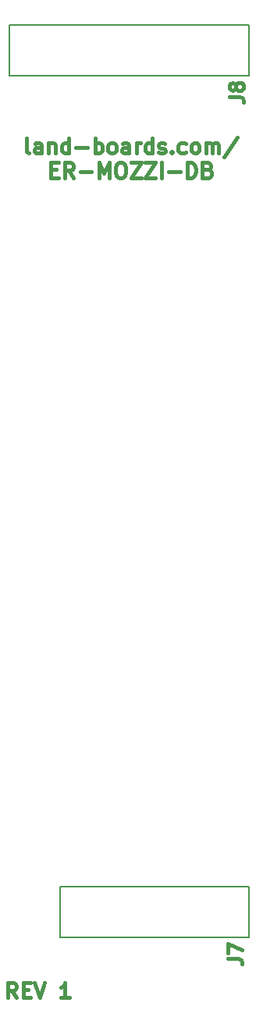
<source format=gto>
%TF.GenerationSoftware,KiCad,Pcbnew,(6.0.1)*%
%TF.CreationDate,2022-12-01T08:35:41-05:00*%
%TF.ProjectId,ER-PROTO-02-MOZZI-DB,45522d50-524f-4544-9f2d-30322d4d4f5a,1*%
%TF.SameCoordinates,Original*%
%TF.FileFunction,Legend,Top*%
%TF.FilePolarity,Positive*%
%FSLAX46Y46*%
G04 Gerber Fmt 4.6, Leading zero omitted, Abs format (unit mm)*
G04 Created by KiCad (PCBNEW (6.0.1)) date 2022-12-01 08:35:41*
%MOMM*%
%LPD*%
G01*
G04 APERTURE LIST*
%ADD10C,0.150000*%
%ADD11C,0.381000*%
G04 APERTURE END LIST*
D10*
X105000000Y-104000000D02*
X125500000Y-104000000D01*
X125500000Y-104000000D02*
X125500000Y-109500000D01*
X125500000Y-109500000D02*
X105000000Y-109500000D01*
X105000000Y-109500000D02*
X105000000Y-104000000D01*
X99500000Y-10500000D02*
X125500000Y-10500000D01*
X125500000Y-10500000D02*
X125500000Y-16000000D01*
X125500000Y-16000000D02*
X99500000Y-16000000D01*
X99500000Y-16000000D02*
X99500000Y-10500000D01*
D11*
X100257428Y-116062880D02*
X99707095Y-115276690D01*
X99314000Y-116062880D02*
X99314000Y-114411880D01*
X99942952Y-114411880D01*
X100100190Y-114490500D01*
X100178809Y-114569119D01*
X100257428Y-114726357D01*
X100257428Y-114962214D01*
X100178809Y-115119452D01*
X100100190Y-115198071D01*
X99942952Y-115276690D01*
X99314000Y-115276690D01*
X100965000Y-115198071D02*
X101515333Y-115198071D01*
X101751190Y-116062880D02*
X100965000Y-116062880D01*
X100965000Y-114411880D01*
X101751190Y-114411880D01*
X102222904Y-114411880D02*
X102773238Y-116062880D01*
X103323571Y-114411880D01*
X105996619Y-116062880D02*
X105053190Y-116062880D01*
X105524904Y-116062880D02*
X105524904Y-114411880D01*
X105367666Y-114647738D01*
X105210428Y-114804976D01*
X105053190Y-114883595D01*
X101603023Y-24436825D02*
X101445785Y-24358206D01*
X101367166Y-24200968D01*
X101367166Y-22785825D01*
X102939547Y-24436825D02*
X102939547Y-23572016D01*
X102860928Y-23414778D01*
X102703690Y-23336159D01*
X102389214Y-23336159D01*
X102231976Y-23414778D01*
X102939547Y-24358206D02*
X102782309Y-24436825D01*
X102389214Y-24436825D01*
X102231976Y-24358206D01*
X102153357Y-24200968D01*
X102153357Y-24043730D01*
X102231976Y-23886492D01*
X102389214Y-23807873D01*
X102782309Y-23807873D01*
X102939547Y-23729254D01*
X103725738Y-23336159D02*
X103725738Y-24436825D01*
X103725738Y-23493397D02*
X103804357Y-23414778D01*
X103961595Y-23336159D01*
X104197452Y-23336159D01*
X104354690Y-23414778D01*
X104433309Y-23572016D01*
X104433309Y-24436825D01*
X105927071Y-24436825D02*
X105927071Y-22785825D01*
X105927071Y-24358206D02*
X105769833Y-24436825D01*
X105455357Y-24436825D01*
X105298119Y-24358206D01*
X105219500Y-24279587D01*
X105140880Y-24122349D01*
X105140880Y-23650635D01*
X105219500Y-23493397D01*
X105298119Y-23414778D01*
X105455357Y-23336159D01*
X105769833Y-23336159D01*
X105927071Y-23414778D01*
X106713261Y-23807873D02*
X107971166Y-23807873D01*
X108757357Y-24436825D02*
X108757357Y-22785825D01*
X108757357Y-23414778D02*
X108914595Y-23336159D01*
X109229071Y-23336159D01*
X109386309Y-23414778D01*
X109464928Y-23493397D01*
X109543547Y-23650635D01*
X109543547Y-24122349D01*
X109464928Y-24279587D01*
X109386309Y-24358206D01*
X109229071Y-24436825D01*
X108914595Y-24436825D01*
X108757357Y-24358206D01*
X110486976Y-24436825D02*
X110329738Y-24358206D01*
X110251119Y-24279587D01*
X110172500Y-24122349D01*
X110172500Y-23650635D01*
X110251119Y-23493397D01*
X110329738Y-23414778D01*
X110486976Y-23336159D01*
X110722833Y-23336159D01*
X110880071Y-23414778D01*
X110958690Y-23493397D01*
X111037309Y-23650635D01*
X111037309Y-24122349D01*
X110958690Y-24279587D01*
X110880071Y-24358206D01*
X110722833Y-24436825D01*
X110486976Y-24436825D01*
X112452452Y-24436825D02*
X112452452Y-23572016D01*
X112373833Y-23414778D01*
X112216595Y-23336159D01*
X111902119Y-23336159D01*
X111744880Y-23414778D01*
X112452452Y-24358206D02*
X112295214Y-24436825D01*
X111902119Y-24436825D01*
X111744880Y-24358206D01*
X111666261Y-24200968D01*
X111666261Y-24043730D01*
X111744880Y-23886492D01*
X111902119Y-23807873D01*
X112295214Y-23807873D01*
X112452452Y-23729254D01*
X113238642Y-24436825D02*
X113238642Y-23336159D01*
X113238642Y-23650635D02*
X113317261Y-23493397D01*
X113395880Y-23414778D01*
X113553119Y-23336159D01*
X113710357Y-23336159D01*
X114968261Y-24436825D02*
X114968261Y-22785825D01*
X114968261Y-24358206D02*
X114811023Y-24436825D01*
X114496547Y-24436825D01*
X114339309Y-24358206D01*
X114260690Y-24279587D01*
X114182071Y-24122349D01*
X114182071Y-23650635D01*
X114260690Y-23493397D01*
X114339309Y-23414778D01*
X114496547Y-23336159D01*
X114811023Y-23336159D01*
X114968261Y-23414778D01*
X115675833Y-24358206D02*
X115833071Y-24436825D01*
X116147547Y-24436825D01*
X116304785Y-24358206D01*
X116383404Y-24200968D01*
X116383404Y-24122349D01*
X116304785Y-23965111D01*
X116147547Y-23886492D01*
X115911690Y-23886492D01*
X115754452Y-23807873D01*
X115675833Y-23650635D01*
X115675833Y-23572016D01*
X115754452Y-23414778D01*
X115911690Y-23336159D01*
X116147547Y-23336159D01*
X116304785Y-23414778D01*
X117090976Y-24279587D02*
X117169595Y-24358206D01*
X117090976Y-24436825D01*
X117012357Y-24358206D01*
X117090976Y-24279587D01*
X117090976Y-24436825D01*
X118584738Y-24358206D02*
X118427500Y-24436825D01*
X118113023Y-24436825D01*
X117955785Y-24358206D01*
X117877166Y-24279587D01*
X117798547Y-24122349D01*
X117798547Y-23650635D01*
X117877166Y-23493397D01*
X117955785Y-23414778D01*
X118113023Y-23336159D01*
X118427500Y-23336159D01*
X118584738Y-23414778D01*
X119528166Y-24436825D02*
X119370928Y-24358206D01*
X119292309Y-24279587D01*
X119213690Y-24122349D01*
X119213690Y-23650635D01*
X119292309Y-23493397D01*
X119370928Y-23414778D01*
X119528166Y-23336159D01*
X119764023Y-23336159D01*
X119921261Y-23414778D01*
X119999880Y-23493397D01*
X120078500Y-23650635D01*
X120078500Y-24122349D01*
X119999880Y-24279587D01*
X119921261Y-24358206D01*
X119764023Y-24436825D01*
X119528166Y-24436825D01*
X120786071Y-24436825D02*
X120786071Y-23336159D01*
X120786071Y-23493397D02*
X120864690Y-23414778D01*
X121021928Y-23336159D01*
X121257785Y-23336159D01*
X121415023Y-23414778D01*
X121493642Y-23572016D01*
X121493642Y-24436825D01*
X121493642Y-23572016D02*
X121572261Y-23414778D01*
X121729500Y-23336159D01*
X121965357Y-23336159D01*
X122122595Y-23414778D01*
X122201214Y-23572016D01*
X122201214Y-24436825D01*
X124166690Y-22707206D02*
X122751547Y-24829921D01*
X104000904Y-26230126D02*
X104551238Y-26230126D01*
X104787095Y-27094935D02*
X104000904Y-27094935D01*
X104000904Y-25443935D01*
X104787095Y-25443935D01*
X106438095Y-27094935D02*
X105887761Y-26308745D01*
X105494666Y-27094935D02*
X105494666Y-25443935D01*
X106123619Y-25443935D01*
X106280857Y-25522555D01*
X106359476Y-25601174D01*
X106438095Y-25758412D01*
X106438095Y-25994269D01*
X106359476Y-26151507D01*
X106280857Y-26230126D01*
X106123619Y-26308745D01*
X105494666Y-26308745D01*
X107145666Y-26465983D02*
X108403571Y-26465983D01*
X109189761Y-27094935D02*
X109189761Y-25443935D01*
X109740095Y-26623221D01*
X110290428Y-25443935D01*
X110290428Y-27094935D01*
X111391095Y-25443935D02*
X111705571Y-25443935D01*
X111862809Y-25522555D01*
X112020047Y-25679793D01*
X112098666Y-25994269D01*
X112098666Y-26544602D01*
X112020047Y-26859078D01*
X111862809Y-27016316D01*
X111705571Y-27094935D01*
X111391095Y-27094935D01*
X111233857Y-27016316D01*
X111076619Y-26859078D01*
X110998000Y-26544602D01*
X110998000Y-25994269D01*
X111076619Y-25679793D01*
X111233857Y-25522555D01*
X111391095Y-25443935D01*
X112649000Y-25443935D02*
X113749666Y-25443935D01*
X112649000Y-27094935D01*
X113749666Y-27094935D01*
X114221380Y-25443935D02*
X115322047Y-25443935D01*
X114221380Y-27094935D01*
X115322047Y-27094935D01*
X115951000Y-27094935D02*
X115951000Y-25443935D01*
X116737190Y-26465983D02*
X117995095Y-26465983D01*
X118781285Y-27094935D02*
X118781285Y-25443935D01*
X119174380Y-25443935D01*
X119410238Y-25522555D01*
X119567476Y-25679793D01*
X119646095Y-25837031D01*
X119724714Y-26151507D01*
X119724714Y-26387364D01*
X119646095Y-26701840D01*
X119567476Y-26859078D01*
X119410238Y-27016316D01*
X119174380Y-27094935D01*
X118781285Y-27094935D01*
X120982619Y-26230126D02*
X121218476Y-26308745D01*
X121297095Y-26387364D01*
X121375714Y-26544602D01*
X121375714Y-26780459D01*
X121297095Y-26937697D01*
X121218476Y-27016316D01*
X121061238Y-27094935D01*
X120432285Y-27094935D01*
X120432285Y-25443935D01*
X120982619Y-25443935D01*
X121139857Y-25522555D01*
X121218476Y-25601174D01*
X121297095Y-25758412D01*
X121297095Y-25915650D01*
X121218476Y-26072888D01*
X121139857Y-26151507D01*
X120982619Y-26230126D01*
X120432285Y-26230126D01*
%TO.C,J8*%
X123371428Y-18288000D02*
X124460000Y-18288000D01*
X124677714Y-18360571D01*
X124822857Y-18505714D01*
X124895428Y-18723428D01*
X124895428Y-18868571D01*
X124024571Y-17344571D02*
X123952000Y-17489714D01*
X123879428Y-17562285D01*
X123734285Y-17634857D01*
X123661714Y-17634857D01*
X123516571Y-17562285D01*
X123444000Y-17489714D01*
X123371428Y-17344571D01*
X123371428Y-17054285D01*
X123444000Y-16909142D01*
X123516571Y-16836571D01*
X123661714Y-16764000D01*
X123734285Y-16764000D01*
X123879428Y-16836571D01*
X123952000Y-16909142D01*
X124024571Y-17054285D01*
X124024571Y-17344571D01*
X124097142Y-17489714D01*
X124169714Y-17562285D01*
X124314857Y-17634857D01*
X124605142Y-17634857D01*
X124750285Y-17562285D01*
X124822857Y-17489714D01*
X124895428Y-17344571D01*
X124895428Y-17054285D01*
X124822857Y-16909142D01*
X124750285Y-16836571D01*
X124605142Y-16764000D01*
X124314857Y-16764000D01*
X124169714Y-16836571D01*
X124097142Y-16909142D01*
X124024571Y-17054285D01*
%TO.C,J7*%
X123165434Y-111760000D02*
X124254006Y-111760000D01*
X124471720Y-111832571D01*
X124616863Y-111977714D01*
X124689434Y-112195428D01*
X124689434Y-112340571D01*
X123165434Y-111179428D02*
X123165434Y-110163428D01*
X124689434Y-110816571D01*
%TD*%
M02*

</source>
